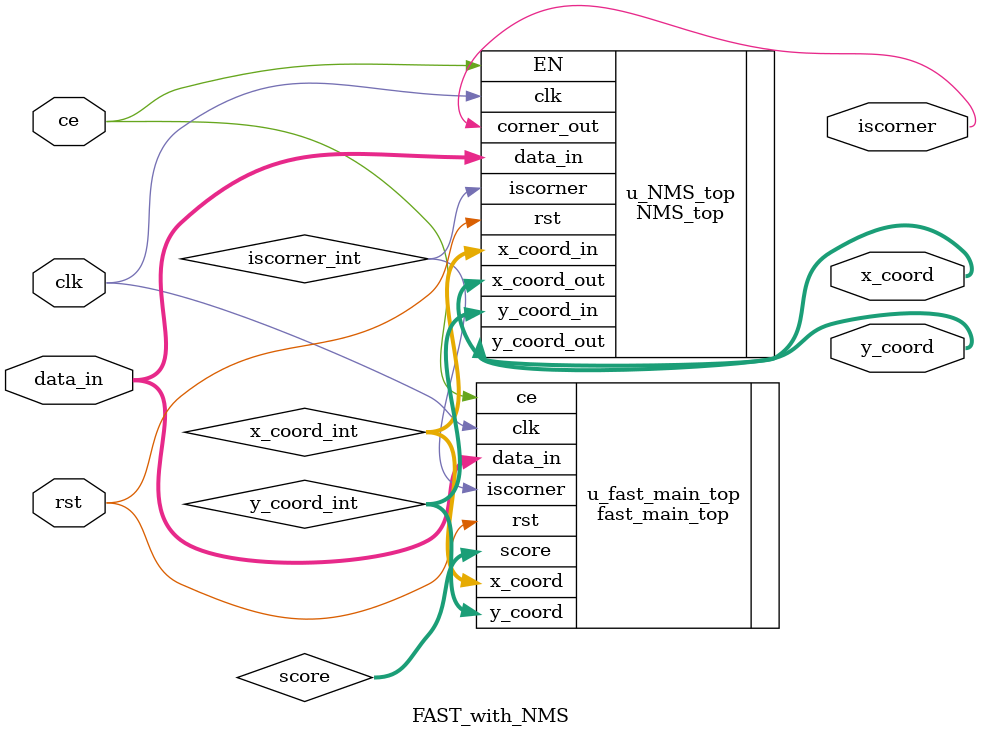
<source format=v>
module FAST_with_NMS #(
    parameter COL_NUM = 640,
    parameter ROW_NUM = 480,
    parameter FAST_PTACH_SIZE = 7,
    parameter PIXEL_WIDTH = 8,
    parameter NMS_SIZE = 3
)(
    input clk, rst, ce,
    input [PIXEL_WIDTH-1 : 0] data_in,

    output iscorner,
    output [9:0] x_coord, y_coord
);

// fast_main_top Outputs
wire  iscorner_int;
wire  [9:0]  x_coord_int;
wire  [9:0]  y_coord_int;
wire  [12:0]  score;

fast_main_top #(
    .COL_NUM         ( COL_NUM ),
    .ROW_NUM         ( ROW_NUM ),
    .FAST_PTACH_SIZE ( FAST_PTACH_SIZE   ),
    .PIXEL_WIDTH     ( PIXEL_WIDTH   ))
 u_fast_main_top (
    .data_in                                  ( data_in                                   ),
    .clk                                      ( clk                                       ),
    .rst                                      ( rst                                       ),
    .ce                                       ( ce                                        ),

    .iscorner                                 ( iscorner_int                              ),
    .x_coord                                  ( x_coord_int                               ),
    .y_coord                                  ( y_coord_int                               ),
    .score                                    ( score                                     )
);

wire  corner_out;

NMS_top #(
    .NMS_SIZE ( 3   ),
    .COL_NUM  ( 640 ))
 u_NMS_top (
    .data_in                 ( data_in       ),
    .iscorner                ( iscorner_int  ),
    .clk                     ( clk           ),
    .EN                      ( ce            ),
    .rst                     ( rst           ),
    .x_coord_in              ( x_coord_int   ),
    .y_coord_in              ( y_coord_int   ),

    .x_coord_out             ( x_coord   ),
    .y_coord_out             ( y_coord   ),
    .corner_out              ( iscorner  )
);

endmodule
</source>
